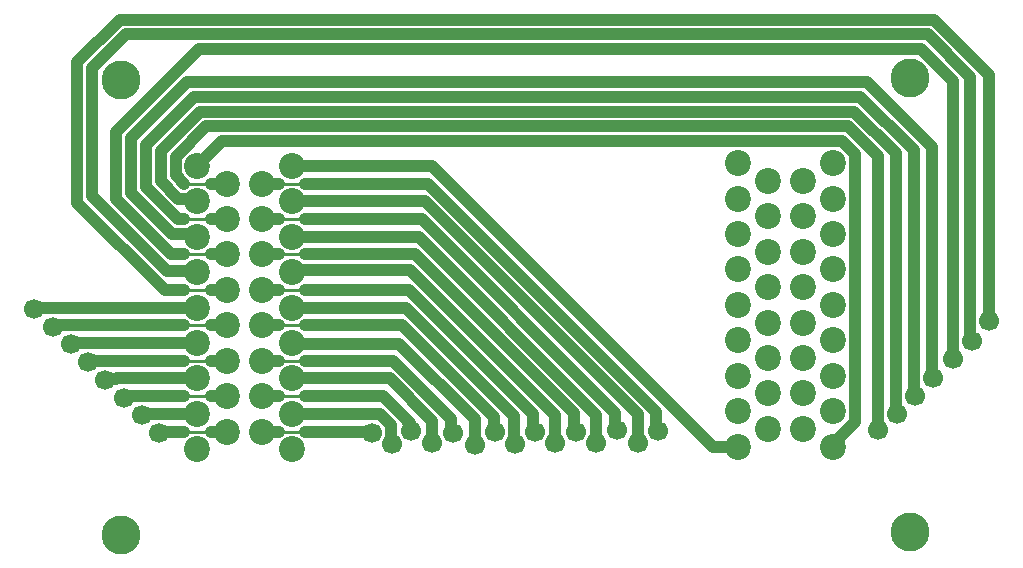
<source format=gtl>
G04*
G04 #@! TF.GenerationSoftware,Altium Limited,Altium Designer,22.5.1 (42)*
G04*
G04 Layer_Physical_Order=1*
G04 Layer_Color=255*
%FSLAX25Y25*%
%MOIN*%
G70*
G04*
G04 #@! TF.SameCoordinates,C106D3DF-9627-4863-B2E5-E2E0062BA835*
G04*
G04*
G04 #@! TF.FilePolarity,Positive*
G04*
G01*
G75*
%ADD15C,0.01140*%
%ADD16C,0.03937*%
%ADD17C,0.12992*%
%ADD18C,0.08661*%
%ADD19C,0.06693*%
D15*
X54819Y49159D02*
X69078D01*
X54818Y60970D02*
X63653D01*
X54818Y72781D02*
X63653D01*
X54818Y84592D02*
X63653D01*
X54818Y96403D02*
X63653D01*
X54818Y108214D02*
X63653D01*
X54819Y120025D02*
X63653D01*
X54819Y131836D02*
X63653D01*
X93078Y131836D02*
X93078Y131836D01*
X95149Y96403D02*
X95149Y96403D01*
X89756Y72781D02*
X95149D01*
X88288Y84597D02*
X95154D01*
X86315Y49159D02*
X95149D01*
X93078Y131836D02*
X95149D01*
X95154Y84597D02*
X95183Y84626D01*
X95149Y108214D02*
X95149Y108214D01*
X54819Y49159D02*
X54819Y49159D01*
X86315Y72781D02*
X89756D01*
X89756Y72781D01*
X86315Y60970D02*
X95078D01*
X86315Y131836D02*
X93078D01*
X86315Y120025D02*
X95149D01*
X54819Y120025D02*
X54819Y120025D01*
X86315Y108214D02*
X95149D01*
X86315Y96403D02*
X95149D01*
D16*
X69078Y49159D02*
X69078Y49159D01*
X63653Y49159D02*
X69078D01*
X63653Y60970D02*
X69078D01*
X69078Y60970D01*
X63653Y72781D02*
X69078D01*
X69078Y72781D01*
X63653Y84592D02*
X69078D01*
X69078Y84592D01*
X69078Y96403D02*
X69078Y96403D01*
X63653Y96403D02*
X69078D01*
Y108214D02*
X69078Y108214D01*
X63653Y108214D02*
X69078D01*
Y120025D02*
X69078Y120025D01*
X63653Y120025D02*
X69078D01*
Y131836D02*
X69078Y131836D01*
X63653Y131836D02*
X69078D01*
X286078Y49655D02*
Y140952D01*
X292078Y55393D02*
Y141934D01*
X276147Y150883D02*
X286078Y140952D01*
X292078Y55393D02*
X292393Y55078D01*
X298078Y61393D02*
Y142916D01*
X278192Y155821D02*
X292078Y141934D01*
X298078Y61393D02*
X298393Y61078D01*
X304078Y67393D02*
Y143898D01*
X280237Y160758D02*
X298078Y142916D01*
X304078Y67393D02*
X304393Y67078D01*
X282281Y165694D02*
X304078Y143898D01*
X311078Y73449D02*
X311086Y73457D01*
Y166158D01*
X323189Y86078D02*
Y168019D01*
X304679Y186529D02*
X323189Y168019D01*
X316874Y79764D02*
X317401Y79237D01*
X316874Y79764D02*
Y167352D01*
X300589Y176655D02*
X311086Y166158D01*
X302634Y181592D02*
X316874Y167352D01*
X33522Y186529D02*
X304679D01*
X278377Y52377D02*
Y141671D01*
X271078Y44159D02*
Y45078D01*
X278377Y52377D01*
X274102Y145947D02*
X278377Y141671D01*
X4904Y90078D02*
X5323Y90498D01*
X59236D01*
X11219Y84183D02*
X11628Y84592D01*
X54818D01*
X17007Y78277D02*
X17416Y78687D01*
X59236D01*
X23204Y72781D02*
X54818D01*
X22794Y72372D02*
X23204Y72781D01*
X32379Y66876D02*
X59236D01*
X28582Y66215D02*
X29109Y66742D01*
X32246D01*
X32379Y66876D01*
X35404Y60970D02*
X54818D01*
X34897Y60462D02*
X35404Y60970D01*
X40685Y54655D02*
X41094Y55065D01*
X59236D01*
X46778Y49159D02*
X54819D01*
X46369Y48750D02*
X46778Y49159D01*
X57965Y160758D02*
X280237D01*
X35567Y181592D02*
X302634D01*
X24181Y170205D02*
X35567Y181592D01*
X32188Y148945D02*
X59899Y176655D01*
X48360Y96403D02*
X54818D01*
X19243Y125519D02*
Y172250D01*
X33522Y186529D01*
X19243Y125519D02*
X48360Y96403D01*
X59899Y176655D02*
X300589D01*
X59236Y137742D02*
X67440Y145947D01*
X42062Y144855D02*
X57965Y160758D01*
X55920Y165694D02*
X282281D01*
X62055Y150883D02*
X276147D01*
X60010Y155821D02*
X278192D01*
X67440Y145947D02*
X274102D01*
X46999Y142810D02*
X60010Y155821D01*
X37125Y146900D02*
X55920Y165694D01*
X51937Y140765D02*
X62055Y150883D01*
X24181Y127564D02*
X49000Y102745D01*
X32188Y126538D02*
Y148945D01*
Y126538D02*
X50513Y108214D01*
X54818D01*
X49000Y102745D02*
X58799D01*
X46999Y132673D02*
X52838Y126835D01*
X46999Y132673D02*
Y142810D01*
X37125Y128583D02*
Y146900D01*
X95149Y120025D02*
X134037D01*
X90732Y90498D02*
X128655D01*
X164811Y54341D01*
X95149Y131836D02*
X95149Y131836D01*
X52666Y120025D02*
X54819D01*
X130024Y103092D02*
X178523Y54593D01*
X95149Y131836D02*
X136190D01*
X212246Y55780D01*
X134037Y120025D02*
X198542Y55520D01*
X95149Y108214D02*
X131884D01*
X135114Y125931D02*
X205931Y55113D01*
X90732Y102309D02*
X91515Y103092D01*
X90732Y137742D02*
X137429D01*
X131884Y108214D02*
X184838Y55260D01*
X132960Y114120D02*
X192227Y54853D01*
X90732Y114120D02*
X132960D01*
X58332Y115024D02*
X59236Y114120D01*
X42062Y130628D02*
X52666Y120025D01*
X95149Y96403D02*
X129731D01*
X91515Y103092D02*
X130024D01*
X90732Y125931D02*
X135114D01*
X129731Y96403D02*
X171176Y54958D01*
X137429Y137742D02*
X231011Y44159D01*
X58799Y102745D02*
X59236Y102309D01*
X51937Y134718D02*
X54819Y131836D01*
X24181Y127564D02*
Y170205D01*
X52838Y126835D02*
X58332D01*
X80889Y72781D02*
X86315D01*
X80889Y60970D02*
X86315D01*
X80889Y49159D02*
X80889Y49159D01*
X95183Y84626D02*
X127544D01*
X123805Y45427D02*
X124216Y45016D01*
X121200Y60970D02*
X129221Y52950D01*
X127544Y84626D02*
X158133Y54038D01*
X117081Y49159D02*
X117490Y48750D01*
X184838Y49558D02*
Y55260D01*
X95149Y49159D02*
X117081D01*
X80889Y131836D02*
X80889Y131836D01*
X95149Y72781D02*
X124418D01*
X80889Y120025D02*
X80889Y120025D01*
X178523Y45237D02*
Y54593D01*
X143803Y49127D02*
X144331Y48600D01*
X80889Y108214D02*
X86315D01*
X151615Y44567D02*
Y53230D01*
X50685Y115024D02*
X58332D01*
Y126835D02*
X59236Y125931D01*
X80889Y96403D02*
X80889Y96403D01*
X198542Y50167D02*
X199069Y49640D01*
X80889Y84592D02*
X80889Y84592D01*
X80889Y72781D02*
X80889Y72781D01*
X37125Y128583D02*
X50685Y115024D01*
X80889Y60970D02*
X80889Y60970D01*
X164811Y45318D02*
Y54341D01*
X80889Y49159D02*
X86315D01*
X95078Y60970D02*
X121200D01*
X164811Y45318D02*
X165008Y45121D01*
X120106Y55065D02*
X123805Y51365D01*
X130004Y50054D02*
X130531Y49527D01*
X158133Y49468D02*
Y54038D01*
X90732Y55065D02*
X120106D01*
X51937Y134718D02*
Y140765D01*
X171176Y49437D02*
X171703Y48910D01*
X129221Y52714D02*
X130004Y51931D01*
X80889Y131836D02*
X86315D01*
X205931Y45237D02*
Y55113D01*
X143803Y49127D02*
Y53396D01*
X80889Y120025D02*
X86315D01*
X171176Y49437D02*
Y54958D01*
X90732Y66876D02*
X123342D01*
X42062Y130628D02*
Y144855D01*
X80889Y108214D02*
X80889Y108214D01*
X212246Y49947D02*
Y55780D01*
X126450Y78396D02*
X151615Y53230D01*
X80889Y96403D02*
X86315D01*
X80889Y84592D02*
X86315D01*
X231011Y44159D02*
X239582D01*
X90732Y78687D02*
X91023Y78396D01*
X95149Y49159D02*
X95149Y49159D01*
X130004Y50054D02*
Y51931D01*
X129221Y52714D02*
Y52950D01*
X158133Y49468D02*
X158453Y49148D01*
X123805Y45427D02*
Y51365D01*
X137411Y45237D02*
Y52806D01*
X184838Y49558D02*
X185365Y49031D01*
X124418Y72781D02*
X143803Y53396D01*
X192227Y45237D02*
Y54853D01*
X123342Y66876D02*
X137411Y52806D01*
X212246Y49947D02*
X212773Y49420D01*
X91023Y78396D02*
X126450D01*
X198542Y50167D02*
Y55520D01*
D17*
X33645Y14710D02*
D03*
Y166285D02*
D03*
X296669Y167191D02*
D03*
Y15616D02*
D03*
D18*
X59236Y137742D02*
D03*
Y125931D02*
D03*
Y114120D02*
D03*
Y102309D02*
D03*
Y90498D02*
D03*
Y78687D02*
D03*
Y66876D02*
D03*
Y55065D02*
D03*
Y43254D02*
D03*
X69078Y131836D02*
D03*
Y120025D02*
D03*
Y108214D02*
D03*
Y96403D02*
D03*
Y84592D02*
D03*
Y72781D02*
D03*
Y60970D02*
D03*
Y49159D02*
D03*
X80889Y131836D02*
D03*
Y120025D02*
D03*
Y108214D02*
D03*
Y96403D02*
D03*
Y84592D02*
D03*
Y72781D02*
D03*
Y60970D02*
D03*
Y49159D02*
D03*
X90732Y137742D02*
D03*
Y125931D02*
D03*
Y114120D02*
D03*
Y102309D02*
D03*
Y90498D02*
D03*
Y78687D02*
D03*
Y66876D02*
D03*
Y55065D02*
D03*
Y43254D02*
D03*
X271078Y44159D02*
D03*
Y55970D02*
D03*
Y67781D02*
D03*
Y79592D02*
D03*
Y91403D02*
D03*
Y103214D02*
D03*
Y115025D02*
D03*
Y126836D02*
D03*
Y138647D02*
D03*
X261236Y50065D02*
D03*
Y61876D02*
D03*
Y73687D02*
D03*
Y85498D02*
D03*
Y97309D02*
D03*
Y109120D02*
D03*
Y120931D02*
D03*
Y132742D02*
D03*
X249425Y50065D02*
D03*
Y61876D02*
D03*
Y73687D02*
D03*
Y85498D02*
D03*
Y97309D02*
D03*
Y109120D02*
D03*
Y120931D02*
D03*
Y132742D02*
D03*
X239582Y44159D02*
D03*
Y55970D02*
D03*
Y67781D02*
D03*
Y79592D02*
D03*
Y91403D02*
D03*
Y103214D02*
D03*
Y115025D02*
D03*
Y126836D02*
D03*
Y138647D02*
D03*
D19*
X286078Y49655D02*
D03*
X292393Y55078D02*
D03*
X298393Y61078D02*
D03*
X304393Y67078D02*
D03*
X311078Y73449D02*
D03*
X317401Y79237D02*
D03*
X323189Y86078D02*
D03*
X4904Y90078D02*
D03*
X11219Y84183D02*
D03*
X17007Y78277D02*
D03*
X22794Y72372D02*
D03*
X28582Y66215D02*
D03*
X34897Y60462D02*
D03*
X40685Y54655D02*
D03*
X46369Y48750D02*
D03*
X199069Y49640D02*
D03*
X171703Y48910D02*
D03*
X151615Y44567D02*
D03*
X192227Y45237D02*
D03*
X165008Y45121D02*
D03*
X205931Y45237D02*
D03*
X124216Y45016D02*
D03*
X212773Y49420D02*
D03*
X117490Y48750D02*
D03*
X137411Y45237D02*
D03*
X178523D02*
D03*
X144331Y48600D02*
D03*
X185365Y49031D02*
D03*
X158453Y49148D02*
D03*
X130531Y49527D02*
D03*
M02*

</source>
